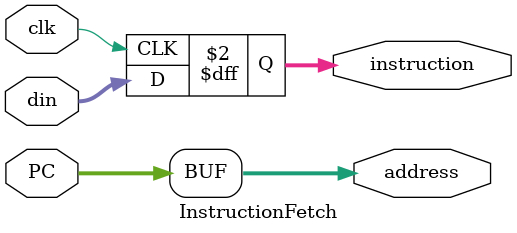
<source format=v>
module InstructionFetch(
	input clk,
	// address to fetch from cache/mem
	input [15:0] PC,
	// address sent to cache
	output [15:0] address,
	// data recieved from cache/mem
	input [15:0] din,
	// data sent to instructionDecoder
	output reg [15:0] instruction
);
	assign address = PC;
	always @(posedge clk) begin
		instruction <= din;
	end
	
endmodule
</source>
